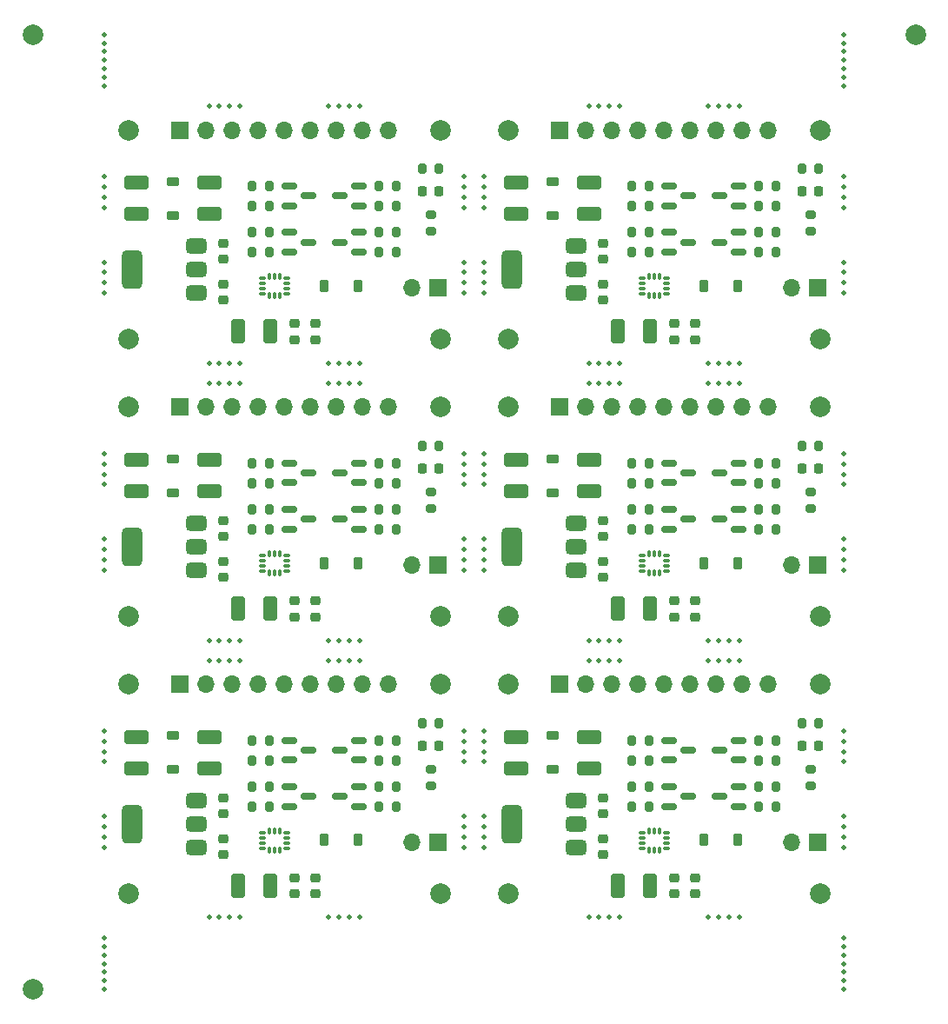
<source format=gbr>
%TF.GenerationSoftware,KiCad,Pcbnew,8.0.3*%
%TF.CreationDate,2024-12-25T16:19:31+08:00*%
%TF.ProjectId,ICM-42688_Panelized,49434d2d-3432-4363-9838-5f50616e656c,rev?*%
%TF.SameCoordinates,Original*%
%TF.FileFunction,Soldermask,Top*%
%TF.FilePolarity,Negative*%
%FSLAX46Y46*%
G04 Gerber Fmt 4.6, Leading zero omitted, Abs format (unit mm)*
G04 Created by KiCad (PCBNEW 8.0.3) date 2024-12-25 16:19:31*
%MOMM*%
%LPD*%
G01*
G04 APERTURE LIST*
G04 Aperture macros list*
%AMRoundRect*
0 Rectangle with rounded corners*
0 $1 Rounding radius*
0 $2 $3 $4 $5 $6 $7 $8 $9 X,Y pos of 4 corners*
0 Add a 4 corners polygon primitive as box body*
4,1,4,$2,$3,$4,$5,$6,$7,$8,$9,$2,$3,0*
0 Add four circle primitives for the rounded corners*
1,1,$1+$1,$2,$3*
1,1,$1+$1,$4,$5*
1,1,$1+$1,$6,$7*
1,1,$1+$1,$8,$9*
0 Add four rect primitives between the rounded corners*
20,1,$1+$1,$2,$3,$4,$5,0*
20,1,$1+$1,$4,$5,$6,$7,0*
20,1,$1+$1,$6,$7,$8,$9,0*
20,1,$1+$1,$8,$9,$2,$3,0*%
G04 Aperture macros list end*
%ADD10RoundRect,0.200000X0.200000X0.275000X-0.200000X0.275000X-0.200000X-0.275000X0.200000X-0.275000X0*%
%ADD11C,0.500000*%
%ADD12RoundRect,0.225000X-0.225000X-0.375000X0.225000X-0.375000X0.225000X0.375000X-0.225000X0.375000X0*%
%ADD13R,1.700000X1.700000*%
%ADD14O,1.700000X1.700000*%
%ADD15RoundRect,0.375000X0.625000X0.375000X-0.625000X0.375000X-0.625000X-0.375000X0.625000X-0.375000X0*%
%ADD16RoundRect,0.500000X0.500000X1.400000X-0.500000X1.400000X-0.500000X-1.400000X0.500000X-1.400000X0*%
%ADD17RoundRect,0.225000X0.375000X-0.225000X0.375000X0.225000X-0.375000X0.225000X-0.375000X-0.225000X0*%
%ADD18RoundRect,0.200000X-0.200000X-0.275000X0.200000X-0.275000X0.200000X0.275000X-0.200000X0.275000X0*%
%ADD19RoundRect,0.225000X-0.250000X0.225000X-0.250000X-0.225000X0.250000X-0.225000X0.250000X0.225000X0*%
%ADD20RoundRect,0.250000X0.925000X-0.412500X0.925000X0.412500X-0.925000X0.412500X-0.925000X-0.412500X0*%
%ADD21C,2.000000*%
%ADD22RoundRect,0.150000X-0.587500X-0.150000X0.587500X-0.150000X0.587500X0.150000X-0.587500X0.150000X0*%
%ADD23RoundRect,0.200000X-0.275000X0.200000X-0.275000X-0.200000X0.275000X-0.200000X0.275000X0.200000X0*%
%ADD24RoundRect,0.150000X0.587500X0.150000X-0.587500X0.150000X-0.587500X-0.150000X0.587500X-0.150000X0*%
%ADD25RoundRect,0.218750X0.218750X0.256250X-0.218750X0.256250X-0.218750X-0.256250X0.218750X-0.256250X0*%
%ADD26RoundRect,0.087500X-0.225000X-0.087500X0.225000X-0.087500X0.225000X0.087500X-0.225000X0.087500X0*%
%ADD27RoundRect,0.087500X-0.087500X-0.225000X0.087500X-0.225000X0.087500X0.225000X-0.087500X0.225000X0*%
%ADD28C,1.000000*%
%ADD29RoundRect,0.250000X0.412500X0.925000X-0.412500X0.925000X-0.412500X-0.925000X0.412500X-0.925000X0*%
G04 APERTURE END LIST*
D10*
%TO.C,R7*%
X177895000Y-63690000D03*
X176245000Y-63690000D03*
%TD*%
D11*
%TO.C,KiKit_MB_23_3*%
X123666667Y-79000000D03*
%TD*%
D12*
%TO.C,D3*%
X170900000Y-44460000D03*
X174200000Y-44460000D03*
%TD*%
D13*
%TO.C,JP1*%
X182010000Y-71700000D03*
D14*
X179470000Y-71700000D03*
%TD*%
D11*
%TO.C,KiKit_MB_8_1*%
X137333333Y-52000000D03*
%TD*%
%TO.C,KiKit_MB_33_3*%
X112500000Y-88833333D03*
%TD*%
%TO.C,KiKit_MB_13_2*%
X160666666Y-27000000D03*
%TD*%
D15*
%TO.C,U1*%
X158460000Y-72210000D03*
X158460000Y-69910000D03*
D16*
X152160000Y-69910000D03*
D15*
X158460000Y-67610000D03*
%TD*%
D10*
%TO.C,R5*%
X177895000Y-39250000D03*
X176245000Y-39250000D03*
%TD*%
%TO.C,R6*%
X177895000Y-34750000D03*
X176245000Y-34750000D03*
%TD*%
D17*
%TO.C,D1*%
X156160000Y-37607500D03*
X156160000Y-34307500D03*
%TD*%
D11*
%TO.C,KiKit_MB_52_3*%
X184500000Y-109666666D03*
%TD*%
%TO.C,KiKit_MB_51_1*%
X112500000Y-108000000D03*
%TD*%
D18*
%TO.C,R4*%
X163870000Y-95190000D03*
X165520000Y-95190000D03*
%TD*%
D19*
%TO.C,C7*%
X161060000Y-71330000D03*
X161060000Y-72880000D03*
%TD*%
D11*
%TO.C,KiKit_MB_25_3*%
X149500000Y-61833333D03*
%TD*%
%TO.C,KiKit_MB_12_2*%
X184500000Y-43166666D03*
%TD*%
D20*
%TO.C,C5*%
X152560000Y-91495000D03*
X152560000Y-88420000D03*
%TD*%
D11*
%TO.C,KiKit_MB_46_3*%
X173333333Y-81000000D03*
%TD*%
%TO.C,KiKit_MB_16_2*%
X173333333Y-52000000D03*
%TD*%
%TO.C,KiKit_MB_18_3*%
X112500000Y-70166666D03*
%TD*%
%TO.C,KiKit_MB_8_4*%
X134333333Y-52000000D03*
%TD*%
%TO.C,KiKit_MB_17_2*%
X112500000Y-62833333D03*
%TD*%
%TO.C,KiKit_MB_17_4*%
X112500000Y-60833333D03*
%TD*%
D15*
%TO.C,U1*%
X121460000Y-99210000D03*
X121460000Y-96910000D03*
D16*
X115160000Y-96910000D03*
D15*
X121460000Y-94610000D03*
%TD*%
D21*
%TO.C,H4*%
X114800000Y-49700000D03*
%TD*%
D22*
%TO.C,Q3*%
X167492500Y-39270000D03*
X167492500Y-41170000D03*
X169367500Y-40220000D03*
%TD*%
D23*
%TO.C,R1*%
X181260000Y-64535000D03*
X181260000Y-66185000D03*
%TD*%
D18*
%TO.C,R3*%
X126870000Y-90690000D03*
X128520000Y-90690000D03*
%TD*%
D11*
%TO.C,KiKit_MB_9_1*%
X149500000Y-36833334D03*
%TD*%
D10*
%TO.C,R6*%
X177895000Y-61750000D03*
X176245000Y-61750000D03*
%TD*%
D11*
%TO.C,KiKit_MB_12_3*%
X184500000Y-44166666D03*
%TD*%
%TO.C,KiKit_MB_15_4*%
X159666666Y-52000000D03*
%TD*%
%TO.C,KiKit_MB_52_5*%
X184500000Y-111333333D03*
%TD*%
%TO.C,KiKit_MB_32_2*%
X173333333Y-79000000D03*
%TD*%
D18*
%TO.C,R3*%
X126870000Y-63690000D03*
X128520000Y-63690000D03*
%TD*%
D11*
%TO.C,KiKit_MB_9_4*%
X149500000Y-33833334D03*
%TD*%
D20*
%TO.C,C1*%
X122720000Y-64495000D03*
X122720000Y-61420000D03*
%TD*%
D11*
%TO.C,KiKit_MB_22_1*%
X134333333Y-54000000D03*
%TD*%
%TO.C,KiKit_MB_22_2*%
X135333333Y-54000000D03*
%TD*%
%TO.C,KiKit_MB_7_4*%
X122666667Y-52000000D03*
%TD*%
%TO.C,KiKit_MB_11_2*%
X184500000Y-34833334D03*
%TD*%
D13*
%TO.C,JP1*%
X145010000Y-71700000D03*
D14*
X142470000Y-71700000D03*
%TD*%
D24*
%TO.C,Q1*%
X174300000Y-36670000D03*
X174300000Y-34770000D03*
X172425000Y-35720000D03*
%TD*%
D18*
%TO.C,R4*%
X163870000Y-68190000D03*
X165520000Y-68190000D03*
%TD*%
D11*
%TO.C,KiKit_MB_33_2*%
X112500000Y-89833333D03*
%TD*%
D21*
%TO.C,H3*%
X182200000Y-103700000D03*
%TD*%
D11*
%TO.C,KiKit_MB_44_1*%
X184500000Y-96166666D03*
%TD*%
%TO.C,KiKit_MB_24_2*%
X136333333Y-79000000D03*
%TD*%
D21*
%TO.C,H1*%
X151800000Y-83300000D03*
%TD*%
D11*
%TO.C,KiKit_MB_17_3*%
X112500000Y-61833333D03*
%TD*%
D18*
%TO.C,R9*%
X126870000Y-39250000D03*
X128520000Y-39250000D03*
%TD*%
D19*
%TO.C,C6*%
X170060000Y-75160000D03*
X170060000Y-76710000D03*
%TD*%
D10*
%TO.C,R5*%
X177895000Y-93250000D03*
X176245000Y-93250000D03*
%TD*%
D11*
%TO.C,KiKit_MB_34_4*%
X112500000Y-96166666D03*
%TD*%
%TO.C,KiKit_MB_19_1*%
X147500000Y-60833333D03*
%TD*%
D10*
%TO.C,R2*%
X182085000Y-60100000D03*
X180435000Y-60100000D03*
%TD*%
D22*
%TO.C,Q2*%
X130492500Y-61770000D03*
X130492500Y-63670000D03*
X132367500Y-62720000D03*
%TD*%
D11*
%TO.C,KiKit_MB_49_2*%
X112500000Y-20833334D03*
%TD*%
D18*
%TO.C,R8*%
X126870000Y-61750000D03*
X128520000Y-61750000D03*
%TD*%
D12*
%TO.C,D3*%
X133900000Y-71460000D03*
X137200000Y-71460000D03*
%TD*%
D19*
%TO.C,C6*%
X170060000Y-102160000D03*
X170060000Y-103710000D03*
%TD*%
D11*
%TO.C,KiKit_MB_8_2*%
X136333333Y-52000000D03*
%TD*%
%TO.C,KiKit_MB_28_2*%
X184500000Y-70166666D03*
%TD*%
%TO.C,KiKit_MB_49_6*%
X112500000Y-24166667D03*
%TD*%
%TO.C,KiKit_MB_15_1*%
X162666666Y-52000000D03*
%TD*%
%TO.C,KiKit_MB_47_3*%
X160666666Y-106000000D03*
%TD*%
D25*
%TO.C,D2*%
X182027500Y-62300000D03*
X180452500Y-62300000D03*
%TD*%
D11*
%TO.C,KiKit_MB_3_3*%
X147500000Y-35833334D03*
%TD*%
%TO.C,KiKit_MB_16_4*%
X171333333Y-52000000D03*
%TD*%
%TO.C,KiKit_MB_14_4*%
X174333333Y-27000000D03*
%TD*%
%TO.C,KiKit_MB_52_4*%
X184500000Y-110500000D03*
%TD*%
D10*
%TO.C,R6*%
X140895000Y-88750000D03*
X139245000Y-88750000D03*
%TD*%
D11*
%TO.C,KiKit_MB_45_3*%
X161666666Y-81000000D03*
%TD*%
D20*
%TO.C,C1*%
X159720000Y-64495000D03*
X159720000Y-61420000D03*
%TD*%
D26*
%TO.C,U2*%
X127877500Y-70762500D03*
X127877500Y-71262500D03*
X127877500Y-71762500D03*
X127877500Y-72262500D03*
D27*
X128540000Y-72425000D03*
X129040000Y-72425000D03*
X129540000Y-72425000D03*
D26*
X130202500Y-72262500D03*
X130202500Y-71762500D03*
X130202500Y-71262500D03*
X130202500Y-70762500D03*
D27*
X129540000Y-70600000D03*
X129040000Y-70600000D03*
X128540000Y-70600000D03*
%TD*%
D11*
%TO.C,KiKit_MB_35_2*%
X147500000Y-88833333D03*
%TD*%
D23*
%TO.C,R1*%
X144260000Y-64535000D03*
X144260000Y-66185000D03*
%TD*%
D11*
%TO.C,KiKit_MB_52_1*%
X184500000Y-108000000D03*
%TD*%
D24*
%TO.C,Q4*%
X137300000Y-95170000D03*
X137300000Y-93270000D03*
X135425000Y-94220000D03*
%TD*%
D18*
%TO.C,R9*%
X126870000Y-66250000D03*
X128520000Y-66250000D03*
%TD*%
D21*
%TO.C,H2*%
X182200000Y-29300000D03*
%TD*%
D11*
%TO.C,KiKit_MB_9_2*%
X149500000Y-35833334D03*
%TD*%
%TO.C,KiKit_MB_12_1*%
X184500000Y-42166666D03*
%TD*%
D21*
%TO.C,H1*%
X151800000Y-29300000D03*
%TD*%
D25*
%TO.C,D2*%
X145027500Y-62300000D03*
X143452500Y-62300000D03*
%TD*%
D13*
%TO.C,JP1*%
X182010000Y-98700000D03*
D14*
X179470000Y-98700000D03*
%TD*%
D11*
%TO.C,KiKit_MB_18_4*%
X112500000Y-69166666D03*
%TD*%
%TO.C,KiKit_MB_35_1*%
X147500000Y-87833333D03*
%TD*%
D21*
%TO.C,H2*%
X145200000Y-29300000D03*
%TD*%
D10*
%TO.C,R2*%
X182085000Y-87100000D03*
X180435000Y-87100000D03*
%TD*%
D11*
%TO.C,KiKit_MB_16_1*%
X174333333Y-52000000D03*
%TD*%
D13*
%TO.C,J1*%
X156850000Y-56300000D03*
D14*
X159390000Y-56300000D03*
X161930000Y-56300000D03*
X164470000Y-56300000D03*
X167010000Y-56300000D03*
X169550000Y-56300000D03*
X172090000Y-56300000D03*
X174630000Y-56300000D03*
X177170000Y-56300000D03*
%TD*%
D18*
%TO.C,R4*%
X126870000Y-41190000D03*
X128520000Y-41190000D03*
%TD*%
D11*
%TO.C,KiKit_MB_29_1*%
X159666666Y-54000000D03*
%TD*%
D13*
%TO.C,J1*%
X119850000Y-83300000D03*
D14*
X122390000Y-83300000D03*
X124930000Y-83300000D03*
X127470000Y-83300000D03*
X130010000Y-83300000D03*
X132550000Y-83300000D03*
X135090000Y-83300000D03*
X137630000Y-83300000D03*
X140170000Y-83300000D03*
%TD*%
D12*
%TO.C,D3*%
X170900000Y-71460000D03*
X174200000Y-71460000D03*
%TD*%
D11*
%TO.C,KiKit_MB_46_1*%
X171333333Y-81000000D03*
%TD*%
%TO.C,KiKit_MB_4_3*%
X147500000Y-44166666D03*
%TD*%
%TO.C,KiKit_MB_6_4*%
X137333333Y-27000000D03*
%TD*%
D24*
%TO.C,Q1*%
X137300000Y-90670000D03*
X137300000Y-88770000D03*
X135425000Y-89720000D03*
%TD*%
D10*
%TO.C,R6*%
X177895000Y-88750000D03*
X176245000Y-88750000D03*
%TD*%
%TO.C,R5*%
X140895000Y-93250000D03*
X139245000Y-93250000D03*
%TD*%
D22*
%TO.C,Q2*%
X130492500Y-34770000D03*
X130492500Y-36670000D03*
X132367500Y-35720000D03*
%TD*%
D26*
%TO.C,U2*%
X164877500Y-43762500D03*
X164877500Y-44262500D03*
X164877500Y-44762500D03*
X164877500Y-45262500D03*
D27*
X165540000Y-45425000D03*
X166040000Y-45425000D03*
X166540000Y-45425000D03*
D26*
X167202500Y-45262500D03*
X167202500Y-44762500D03*
X167202500Y-44262500D03*
X167202500Y-43762500D03*
D27*
X166540000Y-43600000D03*
X166040000Y-43600000D03*
X165540000Y-43600000D03*
%TD*%
D17*
%TO.C,D1*%
X119160000Y-37607500D03*
X119160000Y-34307500D03*
%TD*%
D10*
%TO.C,R7*%
X140895000Y-90690000D03*
X139245000Y-90690000D03*
%TD*%
D11*
%TO.C,KiKit_MB_2_4*%
X112500000Y-42166666D03*
%TD*%
D10*
%TO.C,R6*%
X140895000Y-61750000D03*
X139245000Y-61750000D03*
%TD*%
D21*
%TO.C,H2*%
X182200000Y-56300000D03*
%TD*%
D11*
%TO.C,KiKit_MB_20_2*%
X147500000Y-70166666D03*
%TD*%
%TO.C,KiKit_MB_3_2*%
X147500000Y-34833334D03*
%TD*%
%TO.C,KiKit_MB_25_1*%
X149500000Y-63833333D03*
%TD*%
%TO.C,KiKit_MB_22_4*%
X137333333Y-54000000D03*
%TD*%
D10*
%TO.C,R10*%
X177895000Y-95190000D03*
X176245000Y-95190000D03*
%TD*%
D13*
%TO.C,J1*%
X119850000Y-56300000D03*
D14*
X122390000Y-56300000D03*
X124930000Y-56300000D03*
X127470000Y-56300000D03*
X130010000Y-56300000D03*
X132550000Y-56300000D03*
X135090000Y-56300000D03*
X137630000Y-56300000D03*
X140170000Y-56300000D03*
%TD*%
D11*
%TO.C,KiKit_MB_48_3*%
X172333333Y-106000000D03*
%TD*%
D15*
%TO.C,U1*%
X158460000Y-45210000D03*
X158460000Y-42910000D03*
D16*
X152160000Y-42910000D03*
D15*
X158460000Y-40610000D03*
%TD*%
D11*
%TO.C,KiKit_MB_49_5*%
X112500000Y-23333334D03*
%TD*%
D10*
%TO.C,R7*%
X140895000Y-63690000D03*
X139245000Y-63690000D03*
%TD*%
D19*
%TO.C,C6*%
X133060000Y-48160000D03*
X133060000Y-49710000D03*
%TD*%
D12*
%TO.C,D3*%
X133900000Y-44460000D03*
X137200000Y-44460000D03*
%TD*%
D10*
%TO.C,R5*%
X140895000Y-66250000D03*
X139245000Y-66250000D03*
%TD*%
D11*
%TO.C,KiKit_MB_15_3*%
X160666666Y-52000000D03*
%TD*%
%TO.C,KiKit_MB_47_1*%
X162666666Y-106000000D03*
%TD*%
D18*
%TO.C,R8*%
X163870000Y-88750000D03*
X165520000Y-88750000D03*
%TD*%
D11*
%TO.C,KiKit_MB_1_3*%
X112500000Y-34833334D03*
%TD*%
%TO.C,KiKit_MB_42_2*%
X149500000Y-98166666D03*
%TD*%
D19*
%TO.C,C6*%
X170060000Y-48160000D03*
X170060000Y-49710000D03*
%TD*%
D21*
%TO.C,KiKit_TO_3*%
X105500000Y-113000000D03*
%TD*%
D11*
%TO.C,KiKit_MB_50_4*%
X184500000Y-22500000D03*
%TD*%
%TO.C,KiKit_MB_24_4*%
X134333333Y-79000000D03*
%TD*%
%TO.C,KiKit_MB_20_3*%
X147500000Y-71166666D03*
%TD*%
D21*
%TO.C,H4*%
X114800000Y-103700000D03*
%TD*%
D10*
%TO.C,R5*%
X140895000Y-39250000D03*
X139245000Y-39250000D03*
%TD*%
D11*
%TO.C,KiKit_MB_26_3*%
X149500000Y-70166666D03*
%TD*%
D21*
%TO.C,H1*%
X151800000Y-56300000D03*
%TD*%
D11*
%TO.C,KiKit_MB_13_3*%
X161666666Y-27000000D03*
%TD*%
%TO.C,KiKit_MB_29_3*%
X161666666Y-54000000D03*
%TD*%
D10*
%TO.C,R10*%
X140895000Y-41190000D03*
X139245000Y-41190000D03*
%TD*%
%TO.C,R6*%
X140895000Y-34750000D03*
X139245000Y-34750000D03*
%TD*%
D11*
%TO.C,KiKit_MB_40_3*%
X135333333Y-106000000D03*
%TD*%
D10*
%TO.C,R10*%
X140895000Y-68190000D03*
X139245000Y-68190000D03*
%TD*%
D11*
%TO.C,KiKit_MB_40_4*%
X134333333Y-106000000D03*
%TD*%
D23*
%TO.C,R1*%
X181260000Y-37535000D03*
X181260000Y-39185000D03*
%TD*%
D18*
%TO.C,R3*%
X163870000Y-63690000D03*
X165520000Y-63690000D03*
%TD*%
D11*
%TO.C,KiKit_MB_43_4*%
X184500000Y-90833333D03*
%TD*%
%TO.C,KiKit_MB_52_2*%
X184500000Y-108833333D03*
%TD*%
%TO.C,KiKit_MB_21_4*%
X125666667Y-54000000D03*
%TD*%
%TO.C,KiKit_MB_39_1*%
X125666667Y-106000000D03*
%TD*%
%TO.C,KiKit_MB_29_4*%
X162666666Y-54000000D03*
%TD*%
D21*
%TO.C,H4*%
X151800000Y-103700000D03*
%TD*%
D11*
%TO.C,KiKit_MB_43_2*%
X184500000Y-88833333D03*
%TD*%
%TO.C,KiKit_MB_42_3*%
X149500000Y-97166666D03*
%TD*%
%TO.C,KiKit_MB_20_4*%
X147500000Y-72166666D03*
%TD*%
D19*
%TO.C,C4*%
X167960000Y-75160000D03*
X167960000Y-76710000D03*
%TD*%
D17*
%TO.C,D1*%
X119160000Y-64607500D03*
X119160000Y-61307500D03*
%TD*%
D11*
%TO.C,KiKit_MB_3_1*%
X147500000Y-33833334D03*
%TD*%
%TO.C,KiKit_MB_4_1*%
X147500000Y-42166666D03*
%TD*%
D26*
%TO.C,U2*%
X164877500Y-97762500D03*
X164877500Y-98262500D03*
X164877500Y-98762500D03*
X164877500Y-99262500D03*
D27*
X165540000Y-99425000D03*
X166040000Y-99425000D03*
X166540000Y-99425000D03*
D26*
X167202500Y-99262500D03*
X167202500Y-98762500D03*
X167202500Y-98262500D03*
X167202500Y-97762500D03*
D27*
X166540000Y-97600000D03*
X166040000Y-97600000D03*
X165540000Y-97600000D03*
%TD*%
D11*
%TO.C,KiKit_MB_36_3*%
X147500000Y-98166666D03*
%TD*%
%TO.C,KiKit_MB_50_6*%
X184500000Y-24166667D03*
%TD*%
D28*
%TO.C,KiKit_FID_T_2*%
X191500000Y-20000000D03*
%TD*%
D25*
%TO.C,D2*%
X182027500Y-89300000D03*
X180452500Y-89300000D03*
%TD*%
D11*
%TO.C,KiKit_MB_4_4*%
X147500000Y-45166666D03*
%TD*%
D19*
%TO.C,C7*%
X124060000Y-44330000D03*
X124060000Y-45880000D03*
%TD*%
D21*
%TO.C,H3*%
X145200000Y-76700000D03*
%TD*%
D13*
%TO.C,JP1*%
X145010000Y-44700000D03*
D14*
X142470000Y-44700000D03*
%TD*%
D18*
%TO.C,R9*%
X163870000Y-93250000D03*
X165520000Y-93250000D03*
%TD*%
D11*
%TO.C,KiKit_MB_10_3*%
X149500000Y-43166666D03*
%TD*%
D23*
%TO.C,R1*%
X181260000Y-91535000D03*
X181260000Y-93185000D03*
%TD*%
D21*
%TO.C,H3*%
X182200000Y-76700000D03*
%TD*%
D20*
%TO.C,C1*%
X122720000Y-91495000D03*
X122720000Y-88420000D03*
%TD*%
D13*
%TO.C,J1*%
X156850000Y-83300000D03*
D14*
X159390000Y-83300000D03*
X161930000Y-83300000D03*
X164470000Y-83300000D03*
X167010000Y-83300000D03*
X169550000Y-83300000D03*
X172090000Y-83300000D03*
X174630000Y-83300000D03*
X177170000Y-83300000D03*
%TD*%
D18*
%TO.C,R9*%
X126870000Y-93250000D03*
X128520000Y-93250000D03*
%TD*%
D11*
%TO.C,KiKit_MB_2_2*%
X112500000Y-44166666D03*
%TD*%
D20*
%TO.C,C1*%
X159720000Y-91495000D03*
X159720000Y-88420000D03*
%TD*%
D11*
%TO.C,KiKit_MB_18_2*%
X112500000Y-71166666D03*
%TD*%
%TO.C,KiKit_MB_43_3*%
X184500000Y-89833333D03*
%TD*%
D17*
%TO.C,D1*%
X156160000Y-91607500D03*
X156160000Y-88307500D03*
%TD*%
D11*
%TO.C,KiKit_MB_19_2*%
X147500000Y-61833333D03*
%TD*%
D18*
%TO.C,R4*%
X126870000Y-68190000D03*
X128520000Y-68190000D03*
%TD*%
D11*
%TO.C,KiKit_MB_21_1*%
X122666667Y-54000000D03*
%TD*%
%TO.C,KiKit_MB_7_1*%
X125666667Y-52000000D03*
%TD*%
%TO.C,KiKit_MB_46_4*%
X174333333Y-81000000D03*
%TD*%
D15*
%TO.C,U1*%
X121460000Y-45210000D03*
X121460000Y-42910000D03*
D16*
X115160000Y-42910000D03*
D15*
X121460000Y-40610000D03*
%TD*%
D20*
%TO.C,C5*%
X115560000Y-91495000D03*
X115560000Y-88420000D03*
%TD*%
D22*
%TO.C,Q3*%
X167492500Y-66270000D03*
X167492500Y-68170000D03*
X169367500Y-67220000D03*
%TD*%
D11*
%TO.C,KiKit_MB_44_4*%
X184500000Y-99166666D03*
%TD*%
%TO.C,KiKit_MB_21_3*%
X124666667Y-54000000D03*
%TD*%
%TO.C,KiKit_MB_31_3*%
X160666666Y-79000000D03*
%TD*%
%TO.C,KiKit_MB_40_2*%
X136333333Y-106000000D03*
%TD*%
%TO.C,KiKit_MB_24_3*%
X135333333Y-79000000D03*
%TD*%
D24*
%TO.C,Q1*%
X174300000Y-90670000D03*
X174300000Y-88770000D03*
X172425000Y-89720000D03*
%TD*%
D21*
%TO.C,H4*%
X151800000Y-49700000D03*
%TD*%
D11*
%TO.C,KiKit_MB_21_2*%
X123666667Y-54000000D03*
%TD*%
%TO.C,KiKit_MB_51_4*%
X112500000Y-110500000D03*
%TD*%
%TO.C,KiKit_MB_25_4*%
X149500000Y-60833333D03*
%TD*%
D10*
%TO.C,R2*%
X145085000Y-60100000D03*
X143435000Y-60100000D03*
%TD*%
D21*
%TO.C,KiKit_TO_1*%
X105500000Y-20000000D03*
%TD*%
D19*
%TO.C,C2*%
X161060000Y-67360000D03*
X161060000Y-68910000D03*
%TD*%
D11*
%TO.C,KiKit_MB_18_1*%
X112500000Y-72166666D03*
%TD*%
%TO.C,KiKit_MB_7_3*%
X123666667Y-52000000D03*
%TD*%
%TO.C,KiKit_MB_14_2*%
X172333333Y-27000000D03*
%TD*%
D20*
%TO.C,C1*%
X122720000Y-37495000D03*
X122720000Y-34420000D03*
%TD*%
D11*
%TO.C,KiKit_MB_26_1*%
X149500000Y-72166666D03*
%TD*%
D22*
%TO.C,Q2*%
X167492500Y-88770000D03*
X167492500Y-90670000D03*
X169367500Y-89720000D03*
%TD*%
D25*
%TO.C,D2*%
X145027500Y-89300000D03*
X143452500Y-89300000D03*
%TD*%
D11*
%TO.C,KiKit_MB_19_3*%
X147500000Y-62833333D03*
%TD*%
D21*
%TO.C,H1*%
X114800000Y-56300000D03*
%TD*%
D11*
%TO.C,KiKit_MB_30_4*%
X174333333Y-54000000D03*
%TD*%
%TO.C,KiKit_MB_27_2*%
X184500000Y-61833333D03*
%TD*%
%TO.C,KiKit_MB_50_2*%
X184500000Y-20833334D03*
%TD*%
D22*
%TO.C,Q2*%
X167492500Y-34770000D03*
X167492500Y-36670000D03*
X169367500Y-35720000D03*
%TD*%
D11*
%TO.C,KiKit_MB_15_2*%
X161666666Y-52000000D03*
%TD*%
D12*
%TO.C,D3*%
X170900000Y-98460000D03*
X174200000Y-98460000D03*
%TD*%
D13*
%TO.C,J1*%
X119850000Y-29300000D03*
D14*
X122390000Y-29300000D03*
X124930000Y-29300000D03*
X127470000Y-29300000D03*
X130010000Y-29300000D03*
X132550000Y-29300000D03*
X135090000Y-29300000D03*
X137630000Y-29300000D03*
X140170000Y-29300000D03*
%TD*%
D11*
%TO.C,KiKit_MB_13_1*%
X159666666Y-27000000D03*
%TD*%
%TO.C,KiKit_MB_5_4*%
X125666667Y-27000000D03*
%TD*%
D19*
%TO.C,C2*%
X124060000Y-40360000D03*
X124060000Y-41910000D03*
%TD*%
D11*
%TO.C,KiKit_MB_34_2*%
X112500000Y-98166666D03*
%TD*%
%TO.C,KiKit_MB_44_2*%
X184500000Y-97166666D03*
%TD*%
%TO.C,KiKit_MB_11_3*%
X184500000Y-35833334D03*
%TD*%
D19*
%TO.C,C7*%
X161060000Y-98330000D03*
X161060000Y-99880000D03*
%TD*%
D10*
%TO.C,R5*%
X177895000Y-66250000D03*
X176245000Y-66250000D03*
%TD*%
D11*
%TO.C,KiKit_MB_11_1*%
X184500000Y-33833334D03*
%TD*%
D23*
%TO.C,R1*%
X144260000Y-37535000D03*
X144260000Y-39185000D03*
%TD*%
D11*
%TO.C,KiKit_MB_5_1*%
X122666667Y-27000000D03*
%TD*%
%TO.C,KiKit_MB_24_1*%
X137333333Y-79000000D03*
%TD*%
%TO.C,KiKit_MB_1_1*%
X112500000Y-36833334D03*
%TD*%
%TO.C,KiKit_MB_2_3*%
X112500000Y-43166666D03*
%TD*%
%TO.C,KiKit_MB_51_6*%
X112500000Y-112166666D03*
%TD*%
%TO.C,KiKit_MB_11_4*%
X184500000Y-36833334D03*
%TD*%
D10*
%TO.C,R10*%
X140895000Y-95190000D03*
X139245000Y-95190000D03*
%TD*%
D11*
%TO.C,KiKit_MB_51_7*%
X112500000Y-113000000D03*
%TD*%
%TO.C,KiKit_MB_38_1*%
X134333333Y-81000000D03*
%TD*%
%TO.C,KiKit_MB_37_2*%
X123666667Y-81000000D03*
%TD*%
%TO.C,KiKit_MB_41_3*%
X149500000Y-88833333D03*
%TD*%
%TO.C,KiKit_MB_49_1*%
X112500000Y-20000000D03*
%TD*%
%TO.C,KiKit_MB_26_4*%
X149500000Y-69166666D03*
%TD*%
%TO.C,KiKit_MB_36_2*%
X147500000Y-97166666D03*
%TD*%
D19*
%TO.C,C6*%
X133060000Y-102160000D03*
X133060000Y-103710000D03*
%TD*%
D11*
%TO.C,KiKit_MB_27_4*%
X184500000Y-63833333D03*
%TD*%
D20*
%TO.C,C5*%
X115560000Y-64495000D03*
X115560000Y-61420000D03*
%TD*%
D11*
%TO.C,KiKit_MB_43_1*%
X184500000Y-87833333D03*
%TD*%
%TO.C,KiKit_MB_8_3*%
X135333333Y-52000000D03*
%TD*%
%TO.C,KiKit_MB_2_1*%
X112500000Y-45166666D03*
%TD*%
D18*
%TO.C,R8*%
X163870000Y-34750000D03*
X165520000Y-34750000D03*
%TD*%
D11*
%TO.C,KiKit_MB_32_4*%
X171333333Y-79000000D03*
%TD*%
D15*
%TO.C,U1*%
X158460000Y-99210000D03*
X158460000Y-96910000D03*
D16*
X152160000Y-96910000D03*
D15*
X158460000Y-94610000D03*
%TD*%
D21*
%TO.C,H4*%
X114800000Y-76700000D03*
%TD*%
%TO.C,H3*%
X145200000Y-103700000D03*
%TD*%
D11*
%TO.C,KiKit_MB_14_1*%
X171333333Y-27000000D03*
%TD*%
%TO.C,KiKit_MB_41_2*%
X149500000Y-89833333D03*
%TD*%
D21*
%TO.C,H1*%
X114800000Y-83300000D03*
%TD*%
D20*
%TO.C,C1*%
X159720000Y-37495000D03*
X159720000Y-34420000D03*
%TD*%
D11*
%TO.C,KiKit_MB_39_3*%
X123666667Y-106000000D03*
%TD*%
D24*
%TO.C,Q4*%
X174300000Y-68170000D03*
X174300000Y-66270000D03*
X172425000Y-67220000D03*
%TD*%
D19*
%TO.C,C4*%
X167960000Y-48160000D03*
X167960000Y-49710000D03*
%TD*%
D29*
%TO.C,C3*%
X165600000Y-102935000D03*
X162525000Y-102935000D03*
%TD*%
D11*
%TO.C,KiKit_MB_38_4*%
X137333333Y-81000000D03*
%TD*%
D18*
%TO.C,R3*%
X126870000Y-36690000D03*
X128520000Y-36690000D03*
%TD*%
D11*
%TO.C,KiKit_MB_16_3*%
X172333333Y-52000000D03*
%TD*%
%TO.C,KiKit_MB_42_1*%
X149500000Y-99166666D03*
%TD*%
D19*
%TO.C,C4*%
X130960000Y-102160000D03*
X130960000Y-103710000D03*
%TD*%
D10*
%TO.C,R7*%
X177895000Y-90690000D03*
X176245000Y-90690000D03*
%TD*%
D17*
%TO.C,D1*%
X156160000Y-64607500D03*
X156160000Y-61307500D03*
%TD*%
D11*
%TO.C,KiKit_MB_47_2*%
X161666666Y-106000000D03*
%TD*%
%TO.C,KiKit_MB_45_4*%
X162666666Y-81000000D03*
%TD*%
%TO.C,KiKit_MB_52_7*%
X184500000Y-113000000D03*
%TD*%
%TO.C,KiKit_MB_37_4*%
X125666667Y-81000000D03*
%TD*%
%TO.C,KiKit_MB_10_1*%
X149500000Y-45166666D03*
%TD*%
%TO.C,KiKit_MB_41_1*%
X149500000Y-90833333D03*
%TD*%
D29*
%TO.C,C3*%
X128600000Y-75935000D03*
X125525000Y-75935000D03*
%TD*%
D11*
%TO.C,KiKit_MB_10_4*%
X149500000Y-42166666D03*
%TD*%
D13*
%TO.C,JP1*%
X182010000Y-44700000D03*
D14*
X179470000Y-44700000D03*
%TD*%
D11*
%TO.C,KiKit_MB_49_4*%
X112500000Y-22500000D03*
%TD*%
D15*
%TO.C,U1*%
X121460000Y-72210000D03*
X121460000Y-69910000D03*
D16*
X115160000Y-69910000D03*
D15*
X121460000Y-67610000D03*
%TD*%
D11*
%TO.C,KiKit_MB_36_4*%
X147500000Y-99166666D03*
%TD*%
D18*
%TO.C,R9*%
X163870000Y-39250000D03*
X165520000Y-39250000D03*
%TD*%
D11*
%TO.C,KiKit_MB_35_4*%
X147500000Y-90833333D03*
%TD*%
D24*
%TO.C,Q4*%
X137300000Y-41170000D03*
X137300000Y-39270000D03*
X135425000Y-40220000D03*
%TD*%
D11*
%TO.C,KiKit_MB_49_3*%
X112500000Y-21666667D03*
%TD*%
%TO.C,KiKit_MB_49_7*%
X112500000Y-25000000D03*
%TD*%
D20*
%TO.C,C5*%
X152560000Y-64495000D03*
X152560000Y-61420000D03*
%TD*%
D19*
%TO.C,C2*%
X161060000Y-40360000D03*
X161060000Y-41910000D03*
%TD*%
D18*
%TO.C,R3*%
X163870000Y-36690000D03*
X165520000Y-36690000D03*
%TD*%
D21*
%TO.C,H2*%
X182200000Y-83300000D03*
%TD*%
D11*
%TO.C,KiKit_MB_46_2*%
X172333333Y-81000000D03*
%TD*%
%TO.C,KiKit_MB_37_1*%
X122666667Y-81000000D03*
%TD*%
D18*
%TO.C,R4*%
X163870000Y-41190000D03*
X165520000Y-41190000D03*
%TD*%
D10*
%TO.C,R10*%
X177895000Y-68190000D03*
X176245000Y-68190000D03*
%TD*%
D21*
%TO.C,H2*%
X145200000Y-83300000D03*
%TD*%
D20*
%TO.C,C5*%
X115560000Y-37495000D03*
X115560000Y-34420000D03*
%TD*%
D10*
%TO.C,R2*%
X145085000Y-87100000D03*
X143435000Y-87100000D03*
%TD*%
D11*
%TO.C,KiKit_MB_10_2*%
X149500000Y-44166666D03*
%TD*%
D19*
%TO.C,C2*%
X124060000Y-94360000D03*
X124060000Y-95910000D03*
%TD*%
D11*
%TO.C,KiKit_MB_31_2*%
X161666666Y-79000000D03*
%TD*%
D28*
%TO.C,KiKit_FID_T_1*%
X105500000Y-20000000D03*
%TD*%
D19*
%TO.C,C2*%
X124060000Y-67360000D03*
X124060000Y-68910000D03*
%TD*%
D18*
%TO.C,R4*%
X126870000Y-95190000D03*
X128520000Y-95190000D03*
%TD*%
D25*
%TO.C,D2*%
X145027500Y-35300000D03*
X143452500Y-35300000D03*
%TD*%
D11*
%TO.C,KiKit_MB_30_1*%
X171333333Y-54000000D03*
%TD*%
D22*
%TO.C,Q3*%
X130492500Y-39270000D03*
X130492500Y-41170000D03*
X132367500Y-40220000D03*
%TD*%
D11*
%TO.C,KiKit_MB_14_3*%
X173333333Y-27000000D03*
%TD*%
%TO.C,KiKit_MB_50_1*%
X184500000Y-20000000D03*
%TD*%
D28*
%TO.C,KiKit_FID_T_3*%
X105500000Y-113000000D03*
%TD*%
D11*
%TO.C,KiKit_MB_30_2*%
X172333333Y-54000000D03*
%TD*%
%TO.C,KiKit_MB_35_3*%
X147500000Y-89833333D03*
%TD*%
D23*
%TO.C,R1*%
X144260000Y-91535000D03*
X144260000Y-93185000D03*
%TD*%
D11*
%TO.C,KiKit_MB_50_5*%
X184500000Y-23333334D03*
%TD*%
%TO.C,KiKit_MB_33_4*%
X112500000Y-87833333D03*
%TD*%
D26*
%TO.C,U2*%
X127877500Y-97762500D03*
X127877500Y-98262500D03*
X127877500Y-98762500D03*
X127877500Y-99262500D03*
D27*
X128540000Y-99425000D03*
X129040000Y-99425000D03*
X129540000Y-99425000D03*
D26*
X130202500Y-99262500D03*
X130202500Y-98762500D03*
X130202500Y-98262500D03*
X130202500Y-97762500D03*
D27*
X129540000Y-97600000D03*
X129040000Y-97600000D03*
X128540000Y-97600000D03*
%TD*%
D29*
%TO.C,C3*%
X128600000Y-102935000D03*
X125525000Y-102935000D03*
%TD*%
D20*
%TO.C,C5*%
X152560000Y-37495000D03*
X152560000Y-34420000D03*
%TD*%
D21*
%TO.C,H3*%
X182200000Y-49700000D03*
%TD*%
%TO.C,H4*%
X151800000Y-76700000D03*
%TD*%
D18*
%TO.C,R8*%
X163870000Y-61750000D03*
X165520000Y-61750000D03*
%TD*%
D13*
%TO.C,JP1*%
X145010000Y-98700000D03*
D14*
X142470000Y-98700000D03*
%TD*%
D22*
%TO.C,Q3*%
X130492500Y-93270000D03*
X130492500Y-95170000D03*
X132367500Y-94220000D03*
%TD*%
D19*
%TO.C,C7*%
X161060000Y-44330000D03*
X161060000Y-45880000D03*
%TD*%
D26*
%TO.C,U2*%
X164877500Y-70762500D03*
X164877500Y-71262500D03*
X164877500Y-71762500D03*
X164877500Y-72262500D03*
D27*
X165540000Y-72425000D03*
X166040000Y-72425000D03*
X166540000Y-72425000D03*
D26*
X167202500Y-72262500D03*
X167202500Y-71762500D03*
X167202500Y-71262500D03*
X167202500Y-70762500D03*
D27*
X166540000Y-70600000D03*
X166040000Y-70600000D03*
X165540000Y-70600000D03*
%TD*%
D11*
%TO.C,KiKit_MB_40_1*%
X137333333Y-106000000D03*
%TD*%
D21*
%TO.C,H2*%
X145200000Y-56300000D03*
%TD*%
D11*
%TO.C,KiKit_MB_38_2*%
X135333333Y-81000000D03*
%TD*%
%TO.C,KiKit_MB_19_4*%
X147500000Y-63833333D03*
%TD*%
%TO.C,KiKit_MB_51_3*%
X112500000Y-109666666D03*
%TD*%
%TO.C,KiKit_MB_26_2*%
X149500000Y-71166666D03*
%TD*%
%TO.C,KiKit_MB_6_1*%
X134333333Y-27000000D03*
%TD*%
%TO.C,KiKit_MB_51_5*%
X112500000Y-111333333D03*
%TD*%
%TO.C,KiKit_MB_25_2*%
X149500000Y-62833333D03*
%TD*%
%TO.C,KiKit_MB_51_2*%
X112500000Y-108833333D03*
%TD*%
%TO.C,KiKit_MB_41_4*%
X149500000Y-87833333D03*
%TD*%
%TO.C,KiKit_MB_22_3*%
X136333333Y-54000000D03*
%TD*%
D22*
%TO.C,Q3*%
X167492500Y-93270000D03*
X167492500Y-95170000D03*
X169367500Y-94220000D03*
%TD*%
D11*
%TO.C,KiKit_MB_27_1*%
X184500000Y-60833333D03*
%TD*%
%TO.C,KiKit_MB_45_2*%
X160666666Y-81000000D03*
%TD*%
%TO.C,KiKit_MB_5_2*%
X123666667Y-27000000D03*
%TD*%
%TO.C,KiKit_MB_5_3*%
X124666667Y-27000000D03*
%TD*%
D10*
%TO.C,R10*%
X177895000Y-41190000D03*
X176245000Y-41190000D03*
%TD*%
D19*
%TO.C,C4*%
X130960000Y-48160000D03*
X130960000Y-49710000D03*
%TD*%
D24*
%TO.C,Q4*%
X174300000Y-41170000D03*
X174300000Y-39270000D03*
X172425000Y-40220000D03*
%TD*%
D13*
%TO.C,J1*%
X156850000Y-29300000D03*
D14*
X159390000Y-29300000D03*
X161930000Y-29300000D03*
X164470000Y-29300000D03*
X167010000Y-29300000D03*
X169550000Y-29300000D03*
X172090000Y-29300000D03*
X174630000Y-29300000D03*
X177170000Y-29300000D03*
%TD*%
D11*
%TO.C,KiKit_MB_28_3*%
X184500000Y-71166666D03*
%TD*%
D19*
%TO.C,C7*%
X124060000Y-71330000D03*
X124060000Y-72880000D03*
%TD*%
D11*
%TO.C,KiKit_MB_50_3*%
X184500000Y-21666667D03*
%TD*%
%TO.C,KiKit_MB_1_2*%
X112500000Y-35833334D03*
%TD*%
%TO.C,KiKit_MB_17_1*%
X112500000Y-63833333D03*
%TD*%
D22*
%TO.C,Q3*%
X130492500Y-66270000D03*
X130492500Y-68170000D03*
X132367500Y-67220000D03*
%TD*%
D29*
%TO.C,C3*%
X165600000Y-48935000D03*
X162525000Y-48935000D03*
%TD*%
D11*
%TO.C,KiKit_MB_33_1*%
X112500000Y-90833333D03*
%TD*%
D18*
%TO.C,R8*%
X126870000Y-34750000D03*
X128520000Y-34750000D03*
%TD*%
D11*
%TO.C,KiKit_MB_13_4*%
X162666666Y-27000000D03*
%TD*%
D24*
%TO.C,Q1*%
X174300000Y-63670000D03*
X174300000Y-61770000D03*
X172425000Y-62720000D03*
%TD*%
D11*
%TO.C,KiKit_MB_20_1*%
X147500000Y-69166666D03*
%TD*%
%TO.C,KiKit_MB_31_1*%
X162666666Y-79000000D03*
%TD*%
D29*
%TO.C,C3*%
X128600000Y-48935000D03*
X125525000Y-48935000D03*
%TD*%
D11*
%TO.C,KiKit_MB_12_4*%
X184500000Y-45166666D03*
%TD*%
%TO.C,KiKit_MB_32_3*%
X172333333Y-79000000D03*
%TD*%
D24*
%TO.C,Q4*%
X174300000Y-95170000D03*
X174300000Y-93270000D03*
X172425000Y-94220000D03*
%TD*%
D18*
%TO.C,R9*%
X163870000Y-66250000D03*
X165520000Y-66250000D03*
%TD*%
%TO.C,R3*%
X163870000Y-90690000D03*
X165520000Y-90690000D03*
%TD*%
D11*
%TO.C,KiKit_MB_30_3*%
X173333333Y-54000000D03*
%TD*%
%TO.C,KiKit_MB_1_4*%
X112500000Y-33833334D03*
%TD*%
%TO.C,KiKit_MB_28_1*%
X184500000Y-69166666D03*
%TD*%
%TO.C,KiKit_MB_34_1*%
X112500000Y-99166666D03*
%TD*%
D22*
%TO.C,Q2*%
X167492500Y-61770000D03*
X167492500Y-63670000D03*
X169367500Y-62720000D03*
%TD*%
D11*
%TO.C,KiKit_MB_50_7*%
X184500000Y-25000000D03*
%TD*%
%TO.C,KiKit_MB_29_2*%
X160666666Y-54000000D03*
%TD*%
D12*
%TO.C,D3*%
X133900000Y-98460000D03*
X137200000Y-98460000D03*
%TD*%
D11*
%TO.C,KiKit_MB_39_4*%
X122666667Y-106000000D03*
%TD*%
%TO.C,KiKit_MB_6_2*%
X135333333Y-27000000D03*
%TD*%
%TO.C,KiKit_MB_28_4*%
X184500000Y-72166666D03*
%TD*%
%TO.C,KiKit_MB_48_2*%
X173333333Y-106000000D03*
%TD*%
%TO.C,KiKit_MB_44_3*%
X184500000Y-98166666D03*
%TD*%
D17*
%TO.C,D1*%
X119160000Y-91607500D03*
X119160000Y-88307500D03*
%TD*%
D11*
%TO.C,KiKit_MB_7_2*%
X124666667Y-52000000D03*
%TD*%
D25*
%TO.C,D2*%
X182027500Y-35300000D03*
X180452500Y-35300000D03*
%TD*%
D19*
%TO.C,C7*%
X124060000Y-98330000D03*
X124060000Y-99880000D03*
%TD*%
D11*
%TO.C,KiKit_MB_39_2*%
X124666667Y-106000000D03*
%TD*%
%TO.C,KiKit_MB_23_4*%
X122666667Y-79000000D03*
%TD*%
D21*
%TO.C,H3*%
X145200000Y-49700000D03*
%TD*%
D11*
%TO.C,KiKit_MB_45_1*%
X159666666Y-81000000D03*
%TD*%
D21*
%TO.C,KiKit_TO_2*%
X191500000Y-20000000D03*
%TD*%
D11*
%TO.C,KiKit_MB_23_2*%
X124666667Y-79000000D03*
%TD*%
%TO.C,KiKit_MB_42_4*%
X149500000Y-96166666D03*
%TD*%
D10*
%TO.C,R2*%
X145085000Y-33100000D03*
X143435000Y-33100000D03*
%TD*%
D11*
%TO.C,KiKit_MB_32_1*%
X174333333Y-79000000D03*
%TD*%
D19*
%TO.C,C6*%
X133060000Y-75160000D03*
X133060000Y-76710000D03*
%TD*%
D11*
%TO.C,KiKit_MB_48_4*%
X171333333Y-106000000D03*
%TD*%
D24*
%TO.C,Q1*%
X137300000Y-36670000D03*
X137300000Y-34770000D03*
X135425000Y-35720000D03*
%TD*%
D11*
%TO.C,KiKit_MB_52_6*%
X184500000Y-112166666D03*
%TD*%
D26*
%TO.C,U2*%
X127877500Y-43762500D03*
X127877500Y-44262500D03*
X127877500Y-44762500D03*
X127877500Y-45262500D03*
D27*
X128540000Y-45425000D03*
X129040000Y-45425000D03*
X129540000Y-45425000D03*
D26*
X130202500Y-45262500D03*
X130202500Y-44762500D03*
X130202500Y-44262500D03*
X130202500Y-43762500D03*
D27*
X129540000Y-43600000D03*
X129040000Y-43600000D03*
X128540000Y-43600000D03*
%TD*%
D11*
%TO.C,KiKit_MB_36_1*%
X147500000Y-96166666D03*
%TD*%
D18*
%TO.C,R8*%
X126870000Y-88750000D03*
X128520000Y-88750000D03*
%TD*%
D19*
%TO.C,C4*%
X167960000Y-102160000D03*
X167960000Y-103710000D03*
%TD*%
D11*
%TO.C,KiKit_MB_9_3*%
X149500000Y-34833334D03*
%TD*%
D29*
%TO.C,C3*%
X165600000Y-75935000D03*
X162525000Y-75935000D03*
%TD*%
D24*
%TO.C,Q1*%
X137300000Y-63670000D03*
X137300000Y-61770000D03*
X135425000Y-62720000D03*
%TD*%
D11*
%TO.C,KiKit_MB_6_3*%
X136333333Y-27000000D03*
%TD*%
D10*
%TO.C,R7*%
X140895000Y-36690000D03*
X139245000Y-36690000D03*
%TD*%
D11*
%TO.C,KiKit_MB_47_4*%
X159666666Y-106000000D03*
%TD*%
%TO.C,KiKit_MB_27_3*%
X184500000Y-62833333D03*
%TD*%
D19*
%TO.C,C2*%
X161060000Y-94360000D03*
X161060000Y-95910000D03*
%TD*%
D24*
%TO.C,Q4*%
X137300000Y-68170000D03*
X137300000Y-66270000D03*
X135425000Y-67220000D03*
%TD*%
D10*
%TO.C,R2*%
X182085000Y-33100000D03*
X180435000Y-33100000D03*
%TD*%
D11*
%TO.C,KiKit_MB_37_3*%
X124666667Y-81000000D03*
%TD*%
%TO.C,KiKit_MB_34_3*%
X112500000Y-97166666D03*
%TD*%
D10*
%TO.C,R7*%
X177895000Y-36690000D03*
X176245000Y-36690000D03*
%TD*%
D11*
%TO.C,KiKit_MB_4_2*%
X147500000Y-43166666D03*
%TD*%
%TO.C,KiKit_MB_23_1*%
X125666667Y-79000000D03*
%TD*%
%TO.C,KiKit_MB_38_3*%
X136333333Y-81000000D03*
%TD*%
%TO.C,KiKit_MB_3_4*%
X147500000Y-36833334D03*
%TD*%
%TO.C,KiKit_MB_31_4*%
X159666666Y-79000000D03*
%TD*%
%TO.C,KiKit_MB_48_1*%
X174333333Y-106000000D03*
%TD*%
D19*
%TO.C,C4*%
X130960000Y-75160000D03*
X130960000Y-76710000D03*
%TD*%
D22*
%TO.C,Q2*%
X130492500Y-88770000D03*
X130492500Y-90670000D03*
X132367500Y-89720000D03*
%TD*%
D21*
%TO.C,H1*%
X114800000Y-29300000D03*
%TD*%
M02*

</source>
